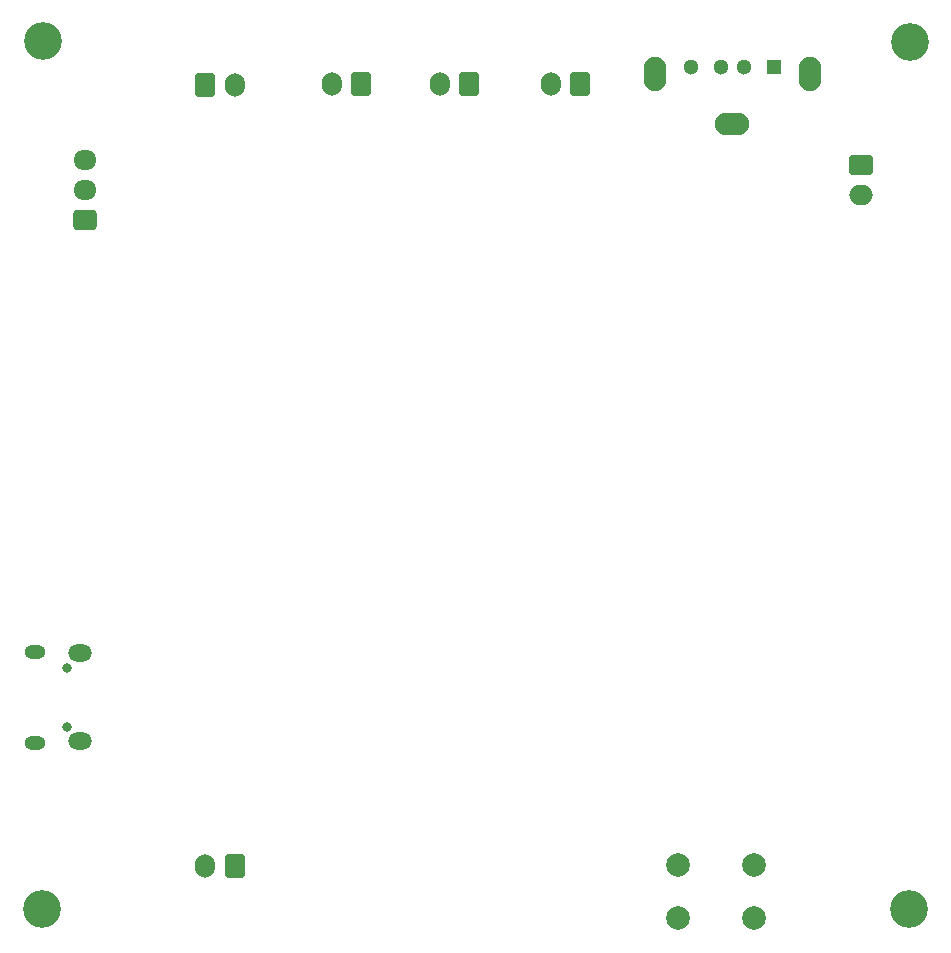
<source format=gbr>
%TF.GenerationSoftware,KiCad,Pcbnew,7.0.8-7.0.8~ubuntu22.04.1*%
%TF.CreationDate,2023-10-06T08:50:00+03:00*%
%TF.ProjectId,Omarich EPS stack V1.5,4f6d6172-6963-4682-9045-505320737461,rev?*%
%TF.SameCoordinates,Original*%
%TF.FileFunction,Soldermask,Bot*%
%TF.FilePolarity,Negative*%
%FSLAX46Y46*%
G04 Gerber Fmt 4.6, Leading zero omitted, Abs format (unit mm)*
G04 Created by KiCad (PCBNEW 7.0.8-7.0.8~ubuntu22.04.1) date 2023-10-06 08:50:00*
%MOMM*%
%LPD*%
G01*
G04 APERTURE LIST*
G04 Aperture macros list*
%AMRoundRect*
0 Rectangle with rounded corners*
0 $1 Rounding radius*
0 $2 $3 $4 $5 $6 $7 $8 $9 X,Y pos of 4 corners*
0 Add a 4 corners polygon primitive as box body*
4,1,4,$2,$3,$4,$5,$6,$7,$8,$9,$2,$3,0*
0 Add four circle primitives for the rounded corners*
1,1,$1+$1,$2,$3*
1,1,$1+$1,$4,$5*
1,1,$1+$1,$6,$7*
1,1,$1+$1,$8,$9*
0 Add four rect primitives between the rounded corners*
20,1,$1+$1,$2,$3,$4,$5,0*
20,1,$1+$1,$4,$5,$6,$7,0*
20,1,$1+$1,$6,$7,$8,$9,0*
20,1,$1+$1,$8,$9,$2,$3,0*%
G04 Aperture macros list end*
%ADD10O,0.800000X0.800000*%
%ADD11O,1.800000X1.150000*%
%ADD12O,2.000000X1.450000*%
%ADD13C,3.200000*%
%ADD14RoundRect,0.250000X-0.750000X0.600000X-0.750000X-0.600000X0.750000X-0.600000X0.750000X0.600000X0*%
%ADD15O,2.000000X1.700000*%
%ADD16RoundRect,0.250000X0.725000X-0.600000X0.725000X0.600000X-0.725000X0.600000X-0.725000X-0.600000X0*%
%ADD17O,1.950000X1.700000*%
%ADD18RoundRect,0.250000X-0.600000X-0.750000X0.600000X-0.750000X0.600000X0.750000X-0.600000X0.750000X0*%
%ADD19O,1.700000X2.000000*%
%ADD20R,1.300000X1.300000*%
%ADD21C,1.300000*%
%ADD22O,1.900000X2.900000*%
%ADD23O,2.900000X1.900000*%
%ADD24C,2.000000*%
%ADD25RoundRect,0.250000X0.600000X0.750000X-0.600000X0.750000X-0.600000X-0.750000X0.600000X-0.750000X0*%
G04 APERTURE END LIST*
D10*
%TO.C,J9*%
X134905000Y-126781000D03*
X134905000Y-131781000D03*
D11*
X132155000Y-125406000D03*
D12*
X135955000Y-125556000D03*
X135955000Y-133006000D03*
D11*
X132155000Y-133156000D03*
%TD*%
D13*
%TO.C,H2*%
X206230000Y-73760000D03*
%TD*%
D14*
%TO.C,J3*%
X202077500Y-84230000D03*
D15*
X202077500Y-86730000D03*
%TD*%
D13*
%TO.C,H1*%
X132800000Y-73710000D03*
%TD*%
D16*
%TO.C,J4*%
X136398000Y-88820000D03*
D17*
X136398000Y-86320000D03*
X136398000Y-83820000D03*
%TD*%
D13*
%TO.C,H4*%
X132720000Y-147220000D03*
%TD*%
D18*
%TO.C,J2*%
X146558000Y-77470000D03*
D19*
X149058000Y-77470000D03*
%TD*%
D13*
%TO.C,H3*%
X206190000Y-147170000D03*
%TD*%
D20*
%TO.C,J6*%
X194710000Y-75915000D03*
D21*
X192210000Y-75915000D03*
X190210000Y-75915000D03*
X187710000Y-75915000D03*
D22*
X197780000Y-76515000D03*
D23*
X191210000Y-80695000D03*
D22*
X184640000Y-76515000D03*
%TD*%
D24*
%TO.C,SW1*%
X193070000Y-148000000D03*
X186570000Y-148000000D03*
X193070000Y-143500000D03*
X186570000Y-143500000D03*
%TD*%
D25*
%TO.C,J1*%
X149078000Y-143517500D03*
D19*
X146578000Y-143517500D03*
%TD*%
D25*
%TO.C,J12*%
X178350000Y-77380000D03*
D19*
X175850000Y-77380000D03*
%TD*%
D25*
%TO.C,J11*%
X168952000Y-77380000D03*
D19*
X166452000Y-77380000D03*
%TD*%
D25*
%TO.C,J10*%
X159808000Y-77334000D03*
D19*
X157308000Y-77334000D03*
%TD*%
M02*

</source>
